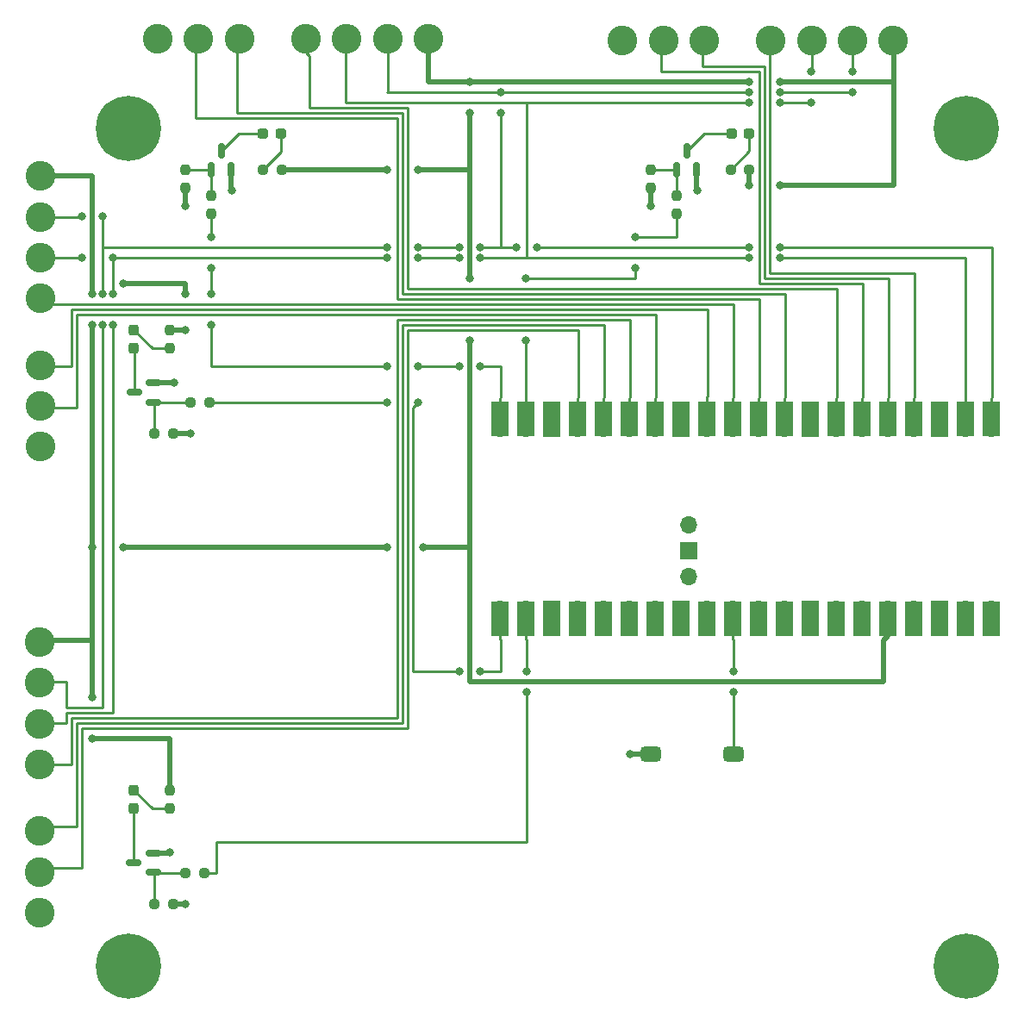
<source format=gtl>
%TF.GenerationSoftware,KiCad,Pcbnew,7.0.9*%
%TF.CreationDate,2024-02-10T00:43:50-08:00*%
%TF.ProjectId,snes_controllers_to_usb,736e6573-5f63-46f6-9e74-726f6c6c6572,A*%
%TF.SameCoordinates,Original*%
%TF.FileFunction,Copper,L1,Top*%
%TF.FilePolarity,Positive*%
%FSLAX46Y46*%
G04 Gerber Fmt 4.6, Leading zero omitted, Abs format (unit mm)*
G04 Created by KiCad (PCBNEW 7.0.9) date 2024-02-10 00:43:50*
%MOMM*%
%LPD*%
G01*
G04 APERTURE LIST*
G04 Aperture macros list*
%AMRoundRect*
0 Rectangle with rounded corners*
0 $1 Rounding radius*
0 $2 $3 $4 $5 $6 $7 $8 $9 X,Y pos of 4 corners*
0 Add a 4 corners polygon primitive as box body*
4,1,4,$2,$3,$4,$5,$6,$7,$8,$9,$2,$3,0*
0 Add four circle primitives for the rounded corners*
1,1,$1+$1,$2,$3*
1,1,$1+$1,$4,$5*
1,1,$1+$1,$6,$7*
1,1,$1+$1,$8,$9*
0 Add four rect primitives between the rounded corners*
20,1,$1+$1,$2,$3,$4,$5,0*
20,1,$1+$1,$4,$5,$6,$7,0*
20,1,$1+$1,$6,$7,$8,$9,0*
20,1,$1+$1,$8,$9,$2,$3,0*%
G04 Aperture macros list end*
%TA.AperFunction,ComponentPad*%
%ADD10C,0.800000*%
%TD*%
%TA.AperFunction,ComponentPad*%
%ADD11C,6.400000*%
%TD*%
%TA.AperFunction,SMDPad,CuDef*%
%ADD12RoundRect,0.237500X0.237500X-0.250000X0.237500X0.250000X-0.237500X0.250000X-0.237500X-0.250000X0*%
%TD*%
%TA.AperFunction,SMDPad,CuDef*%
%ADD13RoundRect,0.237500X0.250000X0.237500X-0.250000X0.237500X-0.250000X-0.237500X0.250000X-0.237500X0*%
%TD*%
%TA.AperFunction,SMDPad,CuDef*%
%ADD14RoundRect,0.150000X0.587500X0.150000X-0.587500X0.150000X-0.587500X-0.150000X0.587500X-0.150000X0*%
%TD*%
%TA.AperFunction,SMDPad,CuDef*%
%ADD15RoundRect,0.237500X-0.237500X0.250000X-0.237500X-0.250000X0.237500X-0.250000X0.237500X0.250000X0*%
%TD*%
%TA.AperFunction,ComponentPad*%
%ADD16C,2.924000*%
%TD*%
%TA.AperFunction,SMDPad,CuDef*%
%ADD17RoundRect,0.237500X0.237500X-0.287500X0.237500X0.287500X-0.237500X0.287500X-0.237500X-0.287500X0*%
%TD*%
%TA.AperFunction,SMDPad,CuDef*%
%ADD18RoundRect,0.237500X-0.250000X-0.237500X0.250000X-0.237500X0.250000X0.237500X-0.250000X0.237500X0*%
%TD*%
%TA.AperFunction,ComponentPad*%
%ADD19O,1.700000X1.700000*%
%TD*%
%TA.AperFunction,SMDPad,CuDef*%
%ADD20R,1.700000X3.500000*%
%TD*%
%TA.AperFunction,ComponentPad*%
%ADD21R,1.700000X1.700000*%
%TD*%
%TA.AperFunction,SMDPad,CuDef*%
%ADD22RoundRect,0.375000X-0.625000X-0.375000X0.625000X-0.375000X0.625000X0.375000X-0.625000X0.375000X0*%
%TD*%
%TA.AperFunction,SMDPad,CuDef*%
%ADD23RoundRect,0.150000X0.150000X-0.587500X0.150000X0.587500X-0.150000X0.587500X-0.150000X-0.587500X0*%
%TD*%
%TA.AperFunction,SMDPad,CuDef*%
%ADD24RoundRect,0.237500X-0.287500X-0.237500X0.287500X-0.237500X0.287500X0.237500X-0.287500X0.237500X0*%
%TD*%
%TA.AperFunction,ViaPad*%
%ADD25C,0.800000*%
%TD*%
%TA.AperFunction,Conductor*%
%ADD26C,0.500000*%
%TD*%
%TA.AperFunction,Conductor*%
%ADD27C,0.250000*%
%TD*%
G04 APERTURE END LIST*
D10*
%TO.P,H4,1,1*%
%TO.N,GND*%
X174892000Y-151892000D03*
X175594944Y-150194944D03*
X175594944Y-153589056D03*
X177292000Y-149492000D03*
D11*
X177292000Y-151892000D03*
D10*
X177292000Y-154292000D03*
X178989056Y-150194944D03*
X178989056Y-153589056D03*
X179692000Y-151892000D03*
%TD*%
%TO.P,H2,1,1*%
%TO.N,GND*%
X92596000Y-69596000D03*
X93298944Y-67898944D03*
X93298944Y-71293056D03*
X94996000Y-67196000D03*
D11*
X94996000Y-69596000D03*
D10*
X94996000Y-71996000D03*
X96693056Y-67898944D03*
X96693056Y-71293056D03*
X97396000Y-69596000D03*
%TD*%
D12*
%TO.P,R9,1*%
%TO.N,/C0_CONN*%
X148844000Y-78025000D03*
%TO.P,R9,2*%
%TO.N,Net-(Q1-G)*%
X148844000Y-76200000D03*
%TD*%
D13*
%TO.P,R11,1*%
%TO.N,/C2_CONN*%
X102917000Y-96520000D03*
%TO.P,R11,2*%
%TO.N,Net-(Q3-G)*%
X101092000Y-96520000D03*
%TD*%
D14*
%TO.P,Q4,1,G*%
%TO.N,Net-(Q4-G)*%
X97379000Y-142682000D03*
%TO.P,Q4,2,S*%
%TO.N,GND*%
X97379000Y-140782000D03*
%TO.P,Q4,3,D*%
%TO.N,Net-(D4-K)*%
X95504000Y-141732000D03*
%TD*%
%TO.P,Q3,1,G*%
%TO.N,Net-(Q3-G)*%
X97432500Y-96491500D03*
%TO.P,Q3,2,S*%
%TO.N,GND*%
X97432500Y-94591500D03*
%TO.P,Q3,3,D*%
%TO.N,Net-(D3-K)*%
X95557500Y-95541500D03*
%TD*%
D13*
%TO.P,R2,1*%
%TO.N,+3.3V*%
X110029000Y-73660000D03*
%TO.P,R2,2*%
%TO.N,Net-(D2-A)*%
X108204000Y-73660000D03*
%TD*%
%TO.P,R12,1*%
%TO.N,/C3_CONN*%
X102409000Y-142748000D03*
%TO.P,R12,2*%
%TO.N,Net-(Q4-G)*%
X100584000Y-142748000D03*
%TD*%
D15*
%TO.P,R5,1*%
%TO.N,+3.3V*%
X99060000Y-89408000D03*
%TO.P,R5,2*%
%TO.N,Net-(D3-A)*%
X99060000Y-91233000D03*
%TD*%
%TO.P,R3,1*%
%TO.N,Net-(Q1-G)*%
X146304000Y-73660000D03*
%TO.P,R3,2*%
%TO.N,GND*%
X146304000Y-75485000D03*
%TD*%
D16*
%TO.P,J1,1*%
%TO.N,+3.3V*%
X170070000Y-60960000D03*
%TO.P,J1,2*%
%TO.N,/CLK*%
X166070000Y-60960000D03*
%TO.P,J1,3*%
%TO.N,/LATCH*%
X162070000Y-60960000D03*
%TO.P,J1,4*%
%TO.N,/Data0_0*%
X158070000Y-60960000D03*
%TO.P,J1,5*%
%TO.N,/Data1_0*%
X151510000Y-60960000D03*
%TO.P,J1,6*%
%TO.N,/IOBit_0*%
X147510000Y-60960000D03*
%TO.P,J1,7*%
%TO.N,GND*%
X143510000Y-60960000D03*
%TD*%
D12*
%TO.P,R10,1*%
%TO.N,/C1_CONN*%
X103124000Y-78025000D03*
%TO.P,R10,2*%
%TO.N,Net-(Q2-G)*%
X103124000Y-76200000D03*
%TD*%
D10*
%TO.P,H3,1,1*%
%TO.N,GND*%
X92596000Y-151892000D03*
X93298944Y-150194944D03*
X93298944Y-153589056D03*
X94996000Y-149492000D03*
D11*
X94996000Y-151892000D03*
D10*
X94996000Y-154292000D03*
X96693056Y-150194944D03*
X96693056Y-153589056D03*
X97396000Y-151892000D03*
%TD*%
D17*
%TO.P,D4,1,K*%
%TO.N,Net-(D4-K)*%
X95504000Y-136370000D03*
%TO.P,D4,2,A*%
%TO.N,Net-(D4-A)*%
X95504000Y-134620000D03*
%TD*%
%TO.P,D3,1,K*%
%TO.N,Net-(D3-K)*%
X95504000Y-91158000D03*
%TO.P,D3,2,A*%
%TO.N,Net-(D3-A)*%
X95504000Y-89408000D03*
%TD*%
D13*
%TO.P,R1,1*%
%TO.N,+3.3V*%
X155956000Y-73660000D03*
%TO.P,R1,2*%
%TO.N,Net-(D1-A)*%
X154131000Y-73660000D03*
%TD*%
D18*
%TO.P,R8,1*%
%TO.N,Net-(Q4-G)*%
X97536000Y-145796000D03*
%TO.P,R8,2*%
%TO.N,GND*%
X99361000Y-145796000D03*
%TD*%
D19*
%TO.P,U1,1,GPIO0*%
%TO.N,/CLK*%
X179705000Y-99060000D03*
D20*
X179705000Y-98160000D03*
D19*
%TO.P,U1,2,GPIO1*%
%TO.N,/LATCH*%
X177165000Y-99060000D03*
D20*
X177165000Y-98160000D03*
D21*
%TO.P,U1,3,GND*%
%TO.N,GND*%
X174625000Y-99060000D03*
D20*
X174625000Y-98160000D03*
D19*
%TO.P,U1,4,GPIO2*%
%TO.N,/Data0_0*%
X172085000Y-99060000D03*
D20*
X172085000Y-98160000D03*
D19*
%TO.P,U1,5,GPIO3*%
%TO.N,/Data1_0*%
X169545000Y-99060000D03*
D20*
X169545000Y-98160000D03*
D19*
%TO.P,U1,6,GPIO4*%
%TO.N,/IOBit_0*%
X167005000Y-99060000D03*
D20*
X167005000Y-98160000D03*
D19*
%TO.P,U1,7,GPIO5*%
%TO.N,/Data0_1*%
X164465000Y-99060000D03*
D20*
X164465000Y-98160000D03*
D21*
%TO.P,U1,8,GND*%
%TO.N,GND*%
X161925000Y-99060000D03*
D20*
X161925000Y-98160000D03*
D19*
%TO.P,U1,9,GPIO6*%
%TO.N,/Data1_1*%
X159385000Y-99060000D03*
D20*
X159385000Y-98160000D03*
D19*
%TO.P,U1,10,GPIO7*%
%TO.N,/IOBit_1*%
X156845000Y-99060000D03*
D20*
X156845000Y-98160000D03*
D19*
%TO.P,U1,11,GPIO8*%
%TO.N,/Data0_2*%
X154305000Y-99060000D03*
D20*
X154305000Y-98160000D03*
D19*
%TO.P,U1,12,GPIO9*%
%TO.N,/Data1_2*%
X151765000Y-99060000D03*
D20*
X151765000Y-98160000D03*
D21*
%TO.P,U1,13,GND*%
%TO.N,GND*%
X149225000Y-99060000D03*
D20*
X149225000Y-98160000D03*
D19*
%TO.P,U1,14,GPIO10*%
%TO.N,/IOBit_2*%
X146685000Y-99060000D03*
D20*
X146685000Y-98160000D03*
D19*
%TO.P,U1,15,GPIO11*%
%TO.N,/Data0_3*%
X144145000Y-99060000D03*
D20*
X144145000Y-98160000D03*
D19*
%TO.P,U1,16,GPIO12*%
%TO.N,/Data1_3*%
X141605000Y-99060000D03*
D20*
X141605000Y-98160000D03*
D19*
%TO.P,U1,17,GPIO13*%
%TO.N,/IOBit_3*%
X139065000Y-99060000D03*
D20*
X139065000Y-98160000D03*
D21*
%TO.P,U1,18,GND*%
%TO.N,GND*%
X136525000Y-99060000D03*
D20*
X136525000Y-98160000D03*
D19*
%TO.P,U1,19,GPIO14*%
%TO.N,/C0_CONN*%
X133985000Y-99060000D03*
D20*
X133985000Y-98160000D03*
D19*
%TO.P,U1,20,GPIO15*%
%TO.N,/C1_CONN*%
X131445000Y-99060000D03*
D20*
X131445000Y-98160000D03*
D19*
%TO.P,U1,21,GPIO16*%
%TO.N,/C2_CONN*%
X131445000Y-116840000D03*
D20*
X131445000Y-117740000D03*
D19*
%TO.P,U1,22,GPIO17*%
%TO.N,/C3_CONN*%
X133985000Y-116840000D03*
D20*
X133985000Y-117740000D03*
D21*
%TO.P,U1,23,GND*%
%TO.N,GND*%
X136525000Y-116840000D03*
D20*
X136525000Y-117740000D03*
D19*
%TO.P,U1,24,GPIO18*%
%TO.N,unconnected-(U1-GPIO18-Pad24)*%
X139065000Y-116840000D03*
D20*
X139065000Y-117740000D03*
D19*
%TO.P,U1,25,GPIO19*%
%TO.N,unconnected-(U1-GPIO19-Pad25)*%
X141605000Y-116840000D03*
D20*
X141605000Y-117740000D03*
D19*
%TO.P,U1,26,GPIO20*%
%TO.N,unconnected-(U1-GPIO20-Pad26)*%
X144145000Y-116840000D03*
D20*
X144145000Y-117740000D03*
D19*
%TO.P,U1,27,GPIO21*%
%TO.N,unconnected-(U1-GPIO21-Pad27)*%
X146685000Y-116840000D03*
D20*
X146685000Y-117740000D03*
D21*
%TO.P,U1,28,GND*%
%TO.N,GND*%
X149225000Y-116840000D03*
D20*
X149225000Y-117740000D03*
D19*
%TO.P,U1,29,GPIO22*%
%TO.N,unconnected-(U1-GPIO22-Pad29)*%
X151765000Y-116840000D03*
D20*
X151765000Y-117740000D03*
D19*
%TO.P,U1,30,RUN*%
%TO.N,Net-(U1-RUN)*%
X154305000Y-116840000D03*
D20*
X154305000Y-117740000D03*
D19*
%TO.P,U1,31,GPIO26_ADC0*%
%TO.N,unconnected-(U1-GPIO26_ADC0-Pad31)*%
X156845000Y-116840000D03*
D20*
X156845000Y-117740000D03*
D19*
%TO.P,U1,32,GPIO27_ADC1*%
%TO.N,unconnected-(U1-GPIO27_ADC1-Pad32)*%
X159385000Y-116840000D03*
D20*
X159385000Y-117740000D03*
D21*
%TO.P,U1,33,AGND*%
%TO.N,GND*%
X161925000Y-116840000D03*
D20*
X161925000Y-117740000D03*
D19*
%TO.P,U1,34,GPIO28_ADC2*%
%TO.N,unconnected-(U1-GPIO28_ADC2-Pad34)*%
X164465000Y-116840000D03*
D20*
X164465000Y-117740000D03*
D19*
%TO.P,U1,35,ADC_VREF*%
%TO.N,unconnected-(U1-ADC_VREF-Pad35)*%
X167005000Y-116840000D03*
D20*
X167005000Y-117740000D03*
D19*
%TO.P,U1,36,3V3*%
%TO.N,+3.3V*%
X169545000Y-116840000D03*
D20*
X169545000Y-117740000D03*
D19*
%TO.P,U1,37,3V3_EN*%
%TO.N,unconnected-(U1-3V3_EN-Pad37)*%
X172085000Y-116840000D03*
D20*
X172085000Y-117740000D03*
D21*
%TO.P,U1,38,GND*%
%TO.N,GND*%
X174625000Y-116840000D03*
D20*
X174625000Y-117740000D03*
D19*
%TO.P,U1,39,VSYS*%
%TO.N,unconnected-(U1-VSYS-Pad39)*%
X177165000Y-116840000D03*
D20*
X177165000Y-117740000D03*
D19*
%TO.P,U1,40,VBUS*%
%TO.N,unconnected-(U1-VBUS-Pad40)*%
X179705000Y-116840000D03*
D20*
X179705000Y-117740000D03*
D19*
%TO.P,U1,41,SWCLK*%
%TO.N,unconnected-(U1-SWCLK-Pad41)*%
X149975000Y-108534100D03*
D21*
%TO.P,U1,42,GND*%
%TO.N,GND*%
X149975000Y-111074100D03*
D19*
%TO.P,U1,43,SWDIO*%
%TO.N,unconnected-(U1-SWDIO-Pad43)*%
X149975000Y-113614100D03*
%TD*%
D22*
%TO.P,SW1,1,1*%
%TO.N,GND*%
X146232000Y-131064000D03*
%TO.P,SW1,2,2*%
%TO.N,Net-(U1-RUN)*%
X154432000Y-131064000D03*
%TD*%
D18*
%TO.P,R7,1*%
%TO.N,Net-(Q3-G)*%
X97536000Y-99568000D03*
%TO.P,R7,2*%
%TO.N,GND*%
X99361000Y-99568000D03*
%TD*%
D16*
%TO.P,J4,1*%
%TO.N,+3.3V*%
X86200000Y-120070000D03*
%TO.P,J4,2*%
%TO.N,/CLK*%
X86200000Y-124070000D03*
%TO.P,J4,3*%
%TO.N,/LATCH*%
X86200000Y-128070000D03*
%TO.P,J4,4*%
%TO.N,/Data0_3*%
X86200000Y-132070000D03*
%TO.P,J4,5*%
%TO.N,/Data1_3*%
X86200000Y-138630000D03*
%TO.P,J4,6*%
%TO.N,/IOBit_3*%
X86200000Y-142630000D03*
%TO.P,J4,7*%
%TO.N,GND*%
X86200000Y-146630000D03*
%TD*%
D23*
%TO.P,Q2,1,G*%
%TO.N,Net-(Q2-G)*%
X103124000Y-73660000D03*
%TO.P,Q2,2,S*%
%TO.N,GND*%
X105024000Y-73660000D03*
%TO.P,Q2,3,D*%
%TO.N,Net-(D2-K)*%
X104074000Y-71785000D03*
%TD*%
D24*
%TO.P,D2,1,K*%
%TO.N,Net-(D2-K)*%
X108204000Y-70104000D03*
%TO.P,D2,2,A*%
%TO.N,Net-(D2-A)*%
X109954000Y-70104000D03*
%TD*%
D10*
%TO.P,H1,1,1*%
%TO.N,GND*%
X174892000Y-69596000D03*
X175594944Y-67898944D03*
X175594944Y-71293056D03*
X177292000Y-67196000D03*
D11*
X177292000Y-69596000D03*
D10*
X177292000Y-71996000D03*
X178989056Y-67898944D03*
X178989056Y-71293056D03*
X179692000Y-69596000D03*
%TD*%
D16*
%TO.P,J3,1*%
%TO.N,+3.3V*%
X86360000Y-74295000D03*
%TO.P,J3,2*%
%TO.N,/CLK*%
X86360000Y-78295000D03*
%TO.P,J3,3*%
%TO.N,/LATCH*%
X86360000Y-82295000D03*
%TO.P,J3,4*%
%TO.N,/Data0_2*%
X86360000Y-86295000D03*
%TO.P,J3,5*%
%TO.N,/Data1_2*%
X86360000Y-92855000D03*
%TO.P,J3,6*%
%TO.N,/IOBit_2*%
X86360000Y-96855000D03*
%TO.P,J3,7*%
%TO.N,GND*%
X86360000Y-100855000D03*
%TD*%
D15*
%TO.P,R6,1*%
%TO.N,+3.3V*%
X99060000Y-134620000D03*
%TO.P,R6,2*%
%TO.N,Net-(D4-A)*%
X99060000Y-136445000D03*
%TD*%
%TO.P,R4,1*%
%TO.N,Net-(Q2-G)*%
X100584000Y-73660000D03*
%TO.P,R4,2*%
%TO.N,GND*%
X100584000Y-75485000D03*
%TD*%
D24*
%TO.P,D1,1,K*%
%TO.N,Net-(D1-K)*%
X154206000Y-70104000D03*
%TO.P,D1,2,A*%
%TO.N,Net-(D1-A)*%
X155956000Y-70104000D03*
%TD*%
D16*
%TO.P,J2,1*%
%TO.N,+3.3V*%
X124405000Y-60800000D03*
%TO.P,J2,2*%
%TO.N,/CLK*%
X120405000Y-60800000D03*
%TO.P,J2,3*%
%TO.N,/LATCH*%
X116405000Y-60800000D03*
%TO.P,J2,4*%
%TO.N,/Data0_1*%
X112405000Y-60800000D03*
%TO.P,J2,5*%
%TO.N,/Data1_1*%
X105845000Y-60800000D03*
%TO.P,J2,6*%
%TO.N,/IOBit_1*%
X101845000Y-60800000D03*
%TO.P,J2,7*%
%TO.N,GND*%
X97845000Y-60800000D03*
%TD*%
D23*
%TO.P,Q1,1,G*%
%TO.N,Net-(Q1-G)*%
X148844000Y-73660000D03*
%TO.P,Q1,2,S*%
%TO.N,GND*%
X150744000Y-73660000D03*
%TO.P,Q1,3,D*%
%TO.N,Net-(D1-K)*%
X149794000Y-71785000D03*
%TD*%
D25*
%TO.N,GND*%
X100584000Y-77216000D03*
X146304000Y-77216000D03*
X99060000Y-140716000D03*
X100584000Y-145796000D03*
X150876000Y-75692000D03*
X105156000Y-75692000D03*
X144272000Y-131064000D03*
X99464500Y-94591500D03*
X101092000Y-99568000D03*
%TO.N,+3.3V*%
X91440000Y-88900000D03*
X128524000Y-84328000D03*
X120396000Y-110744000D03*
X128524000Y-68072000D03*
X91440000Y-110744000D03*
X91440000Y-125476000D03*
X94488000Y-84836000D03*
X159004000Y-65024000D03*
X123952000Y-110744000D03*
X155956000Y-75184000D03*
X128524000Y-65024000D03*
X120396000Y-73660000D03*
X91440000Y-129540000D03*
X128524000Y-90424000D03*
X100584000Y-89408000D03*
X94488000Y-110744000D03*
X100584000Y-85852000D03*
X91440000Y-85852000D03*
X159004000Y-75184000D03*
X155956000Y-65024000D03*
X123444000Y-73660000D03*
%TO.N,/CLK*%
X120396000Y-81280000D03*
X159004000Y-66040000D03*
X166116000Y-66040000D03*
X155956000Y-81280000D03*
X131572000Y-68072000D03*
X92456000Y-85852000D03*
X135128000Y-81280000D03*
X92456000Y-88900000D03*
X123444000Y-81280000D03*
X131572000Y-66040000D03*
X129540000Y-81280000D03*
X92456000Y-78232000D03*
X127508000Y-81280000D03*
X90424000Y-78232000D03*
X133096000Y-81280000D03*
X166116000Y-64008000D03*
X155956000Y-66040000D03*
X159004000Y-81280000D03*
%TO.N,/LATCH*%
X155956000Y-67056000D03*
X159004000Y-82296000D03*
X93472000Y-82296000D03*
X90424000Y-82296000D03*
X162052000Y-67056000D03*
X93472000Y-88900000D03*
X129540000Y-82296000D03*
X120396000Y-82296000D03*
X123444000Y-82296000D03*
X162052000Y-64008000D03*
X93472000Y-85852000D03*
X155956000Y-82296000D03*
X159004000Y-67056000D03*
X127508000Y-82296000D03*
%TO.N,/C1_CONN*%
X103124000Y-83312000D03*
X103124000Y-80264000D03*
X127508000Y-92964000D03*
X129540000Y-92964000D03*
X103124000Y-85852000D03*
X120396000Y-92964000D03*
X123444000Y-92964000D03*
X103124000Y-88900000D03*
%TO.N,/C3_CONN*%
X134112000Y-124968000D03*
X134112000Y-122936000D03*
%TO.N,/C2_CONN*%
X127508000Y-122936000D03*
X120396000Y-96520000D03*
X123444000Y-96520000D03*
X129540000Y-122936000D03*
%TO.N,/C0_CONN*%
X144780000Y-83312000D03*
X133985000Y-84328000D03*
X133985000Y-90424000D03*
X144780000Y-80264000D03*
%TO.N,Net-(U1-RUN)*%
X154432000Y-122936000D03*
X154432000Y-124968000D03*
%TD*%
D26*
%TO.N,GND*%
X97432500Y-94591500D02*
X99464500Y-94591500D01*
X105024000Y-73660000D02*
X105024000Y-75560000D01*
X146232000Y-131064000D02*
X144272000Y-131064000D01*
X146304000Y-75485000D02*
X146304000Y-77216000D01*
X99464500Y-99568000D02*
X101092000Y-99568000D01*
X97379000Y-140782000D02*
X98994000Y-140782000D01*
X150744000Y-75560000D02*
X150876000Y-75692000D01*
X98994000Y-140782000D02*
X99060000Y-140716000D01*
X100584000Y-77216000D02*
X100584000Y-75485000D01*
X99361000Y-145796000D02*
X100584000Y-145796000D01*
X150744000Y-73660000D02*
X150744000Y-75560000D01*
X105024000Y-75560000D02*
X105156000Y-75692000D01*
%TO.N,+3.3V*%
X159004000Y-75184000D02*
X170180000Y-75184000D01*
X124460000Y-61976000D02*
X124460000Y-65024000D01*
X91440000Y-110744000D02*
X91440000Y-119888000D01*
X169545000Y-119507000D02*
X169164000Y-119888000D01*
X91440000Y-88900000D02*
X91440000Y-110744000D01*
X128524000Y-65024000D02*
X155956000Y-65024000D01*
X100584000Y-84836000D02*
X100584000Y-85852000D01*
X128524000Y-123952000D02*
X128524000Y-110744000D01*
X169164000Y-123952000D02*
X128524000Y-123952000D01*
X124460000Y-65024000D02*
X128524000Y-65024000D01*
X123444000Y-73660000D02*
X128524000Y-73660000D01*
X169545000Y-116840000D02*
X169545000Y-119507000D01*
X128524000Y-110744000D02*
X128524000Y-90424000D01*
X91440000Y-129540000D02*
X99060000Y-129540000D01*
X110029000Y-73660000D02*
X120396000Y-73660000D01*
X128524000Y-110744000D02*
X123952000Y-110744000D01*
X100584000Y-89408000D02*
X99060000Y-89408000D01*
X155956000Y-73660000D02*
X155956000Y-75184000D01*
X169164000Y-119888000D02*
X169164000Y-123952000D01*
X170180000Y-61976000D02*
X170180000Y-65024000D01*
X170180000Y-75184000D02*
X170180000Y-65024000D01*
X128524000Y-84328000D02*
X128524000Y-73660000D01*
X120396000Y-110744000D02*
X94488000Y-110744000D01*
X91440000Y-125476000D02*
X91440000Y-119888000D01*
X91440000Y-85852000D02*
X91440000Y-74295000D01*
X86868000Y-119888000D02*
X91440000Y-119888000D01*
X94488000Y-84836000D02*
X100584000Y-84836000D01*
X86360000Y-74295000D02*
X91440000Y-74295000D01*
X128524000Y-73660000D02*
X128524000Y-68072000D01*
X170180000Y-65024000D02*
X159004000Y-65024000D01*
X99060000Y-129540000D02*
X99060000Y-134620000D01*
D27*
%TO.N,/CLK*%
X120405000Y-60800000D02*
X120405000Y-66031000D01*
X92456000Y-85852000D02*
X92456000Y-81280000D01*
X179832000Y-96012000D02*
X179705000Y-96139000D01*
X127508000Y-81280000D02*
X123444000Y-81280000D01*
X131572000Y-68072000D02*
X131572000Y-81280000D01*
X159004000Y-81280000D02*
X179832000Y-81280000D01*
X179705000Y-96139000D02*
X179705000Y-99060000D01*
X131572000Y-81280000D02*
X129540000Y-81280000D01*
X120396000Y-66040000D02*
X155956000Y-66040000D01*
X155956000Y-81280000D02*
X135128000Y-81280000D01*
X90424000Y-78232000D02*
X90361000Y-78295000D01*
X166116000Y-61976000D02*
X166116000Y-64008000D01*
X92456000Y-126492000D02*
X92456000Y-88900000D01*
X86318000Y-123952000D02*
X88900000Y-123952000D01*
X92456000Y-81280000D02*
X92456000Y-78232000D01*
X133096000Y-81280000D02*
X131572000Y-81280000D01*
X179832000Y-81280000D02*
X179832000Y-96012000D01*
X90361000Y-78295000D02*
X86360000Y-78295000D01*
X88900000Y-123952000D02*
X88900000Y-126492000D01*
X88900000Y-126492000D02*
X92456000Y-126492000D01*
X120405000Y-66031000D02*
X120396000Y-66040000D01*
X166116000Y-66040000D02*
X159004000Y-66040000D01*
X120396000Y-81280000D02*
X92456000Y-81280000D01*
%TO.N,/LATCH*%
X93472000Y-82296000D02*
X93472000Y-85852000D01*
X88900000Y-128016000D02*
X88900000Y-127000000D01*
X159004000Y-82296000D02*
X177165000Y-82296000D01*
X162070000Y-63990000D02*
X162070000Y-60960000D01*
X116332000Y-60960000D02*
X116332000Y-67056000D01*
X90424000Y-82296000D02*
X90423000Y-82295000D01*
X134112000Y-82296000D02*
X155956000Y-82296000D01*
X88900000Y-127000000D02*
X93472000Y-127000000D01*
X159004000Y-67056000D02*
X162052000Y-67056000D01*
X123444000Y-82296000D02*
X127508000Y-82296000D01*
X86868000Y-128016000D02*
X88900000Y-128016000D01*
X134112000Y-82296000D02*
X134112000Y-67056000D01*
X134112000Y-67056000D02*
X155956000Y-67056000D01*
X90423000Y-82295000D02*
X86360000Y-82295000D01*
X162052000Y-64008000D02*
X162070000Y-63990000D01*
X93472000Y-127000000D02*
X93472000Y-88900000D01*
X177165000Y-99060000D02*
X177165000Y-82296000D01*
X93472000Y-82296000D02*
X120396000Y-82296000D01*
X129540000Y-82296000D02*
X134112000Y-82296000D01*
X116332000Y-67056000D02*
X134112000Y-67056000D01*
%TO.N,/Data0_0*%
X172212000Y-83820000D02*
X157988000Y-83820000D01*
X172085000Y-99060000D02*
X172085000Y-96139000D01*
X172212000Y-96012000D02*
X172212000Y-83820000D01*
X172085000Y-96139000D02*
X172212000Y-96012000D01*
X157988000Y-83820000D02*
X157988000Y-61468000D01*
%TO.N,/Data1_0*%
X151384000Y-63500000D02*
X157480000Y-63500000D01*
X169545000Y-96139000D02*
X169545000Y-99060000D01*
X169672000Y-96012000D02*
X169545000Y-96139000D01*
X151384000Y-61086000D02*
X151384000Y-63500000D01*
X169672000Y-84328000D02*
X169672000Y-96012000D01*
X157480000Y-84328000D02*
X169672000Y-84328000D01*
X157480000Y-63500000D02*
X157480000Y-84328000D01*
%TO.N,/IOBit_0*%
X167132000Y-84836000D02*
X167132000Y-96012000D01*
X147320000Y-64008000D02*
X156972000Y-64008000D01*
X156972000Y-84836000D02*
X167132000Y-84836000D01*
X156972000Y-64008000D02*
X156972000Y-84836000D01*
X147320000Y-61976000D02*
X147320000Y-64008000D01*
X167005000Y-96139000D02*
X167005000Y-99060000D01*
X167132000Y-96012000D02*
X167005000Y-96139000D01*
%TO.N,/Data0_1*%
X164465000Y-99060000D02*
X164465000Y-96139000D01*
X122428000Y-67564000D02*
X112776000Y-67564000D01*
X112776000Y-67564000D02*
X112776000Y-62484000D01*
X164465000Y-96139000D02*
X164592000Y-96012000D01*
X164592000Y-96012000D02*
X164592000Y-85344000D01*
X112776000Y-62484000D02*
X112405000Y-62113000D01*
X164592000Y-85344000D02*
X122428000Y-85344000D01*
X122428000Y-85344000D02*
X122428000Y-67564000D01*
%TO.N,/Data1_1*%
X105664000Y-68072000D02*
X121920000Y-68072000D01*
X159512000Y-96012000D02*
X159385000Y-96139000D01*
X159385000Y-96139000D02*
X159385000Y-99060000D01*
X105664000Y-61976000D02*
X105664000Y-68072000D01*
X159512000Y-85852000D02*
X159512000Y-96012000D01*
X121920000Y-68072000D02*
X121920000Y-85852000D01*
X121920000Y-85852000D02*
X159512000Y-85852000D01*
%TO.N,/IOBit_1*%
X156972000Y-86360000D02*
X156972000Y-96012000D01*
X121412000Y-86360000D02*
X156972000Y-86360000D01*
X101600000Y-68580000D02*
X121412000Y-68580000D01*
X101600000Y-61045000D02*
X101600000Y-68580000D01*
X156845000Y-96139000D02*
X156845000Y-99060000D01*
X156972000Y-96012000D02*
X156845000Y-96139000D01*
X121412000Y-68580000D02*
X121412000Y-86360000D01*
%TO.N,/Data0_2*%
X154432000Y-86868000D02*
X154432000Y-96012000D01*
X154305000Y-96139000D02*
X154305000Y-99060000D01*
X154432000Y-96012000D02*
X154305000Y-96139000D01*
X86878000Y-86868000D02*
X154432000Y-86868000D01*
%TO.N,/Data1_2*%
X86868000Y-92964000D02*
X89408000Y-92964000D01*
X151892000Y-87376000D02*
X151892000Y-95885000D01*
X89408000Y-87376000D02*
X151892000Y-87376000D01*
X151892000Y-95885000D02*
X151765000Y-96012000D01*
X151765000Y-96012000D02*
X151765000Y-99060000D01*
X89408000Y-92964000D02*
X89408000Y-87376000D01*
%TO.N,/IOBit_2*%
X146685000Y-96139000D02*
X146685000Y-99060000D01*
X89916000Y-97028000D02*
X89916000Y-87884000D01*
X89916000Y-87884000D02*
X146812000Y-87884000D01*
X146812000Y-96012000D02*
X146685000Y-96139000D01*
X146812000Y-87884000D02*
X146812000Y-96012000D01*
X86868000Y-97028000D02*
X89916000Y-97028000D01*
%TO.N,/Data0_3*%
X144272000Y-96012000D02*
X144145000Y-96139000D01*
X144272000Y-88392000D02*
X144272000Y-96012000D01*
X89398000Y-132070000D02*
X89408000Y-132080000D01*
X144145000Y-96139000D02*
X144145000Y-99060000D01*
X89408000Y-127508000D02*
X121412000Y-127508000D01*
X86200000Y-132070000D02*
X89398000Y-132070000D01*
X121412000Y-88392000D02*
X144272000Y-88392000D01*
X121412000Y-127508000D02*
X121412000Y-88392000D01*
X89408000Y-132080000D02*
X89408000Y-127508000D01*
%TO.N,/Data1_3*%
X141732000Y-96012000D02*
X141605000Y-96139000D01*
X90422604Y-128016000D02*
X90423302Y-128015302D01*
X86654000Y-138176000D02*
X89916000Y-138176000D01*
X141732000Y-88900000D02*
X141732000Y-96012000D01*
X89916000Y-138176000D02*
X89916000Y-128016000D01*
X141605000Y-96139000D02*
X141605000Y-99060000D01*
X89916000Y-128016000D02*
X90422604Y-128016000D01*
X90423302Y-128015302D02*
X90424000Y-128016000D01*
X121920000Y-128016000D02*
X121920000Y-88900000D01*
X90424000Y-128016000D02*
X121920000Y-128016000D01*
X121920000Y-88900000D02*
X141732000Y-88900000D01*
%TO.N,/IOBit_3*%
X90424000Y-142240000D02*
X90424000Y-128524000D01*
X139065000Y-96139000D02*
X139065000Y-99060000D01*
X139192000Y-96012000D02*
X139065000Y-96139000D01*
X122428000Y-89408000D02*
X139181000Y-89408000D01*
X139181000Y-89408000D02*
X139192000Y-89419000D01*
X90424000Y-128524000D02*
X122428000Y-128524000D01*
X122428000Y-128524000D02*
X122428000Y-89408000D01*
X86868000Y-142240000D02*
X90424000Y-142240000D01*
X139192000Y-89419000D02*
X139192000Y-96012000D01*
%TO.N,/C1_CONN*%
X129540000Y-92964000D02*
X131572000Y-92964000D01*
X103124000Y-83312000D02*
X103124000Y-85852000D01*
X131445000Y-99060000D02*
X131445000Y-96139000D01*
X131572000Y-92964000D02*
X131572000Y-96012000D01*
X103124000Y-78025000D02*
X103124000Y-80264000D01*
X103124000Y-92964000D02*
X120396000Y-92964000D01*
X131445000Y-96139000D02*
X131572000Y-96012000D01*
X103124000Y-88900000D02*
X103124000Y-92964000D01*
X123444000Y-92964000D02*
X127508000Y-92964000D01*
%TO.N,Net-(D2-K)*%
X105755000Y-70104000D02*
X108204000Y-70104000D01*
X104074000Y-71785000D02*
X105755000Y-70104000D01*
%TO.N,/C3_CONN*%
X133985000Y-116840000D02*
X133985000Y-119761000D01*
X134112000Y-119888000D02*
X134112000Y-122936000D01*
X103632000Y-139700000D02*
X134112000Y-139700000D01*
X133985000Y-119761000D02*
X134112000Y-119888000D01*
X103632000Y-142748000D02*
X103632000Y-139700000D01*
X102409000Y-142748000D02*
X103632000Y-142748000D01*
X134112000Y-139700000D02*
X134112000Y-124968000D01*
%TO.N,Net-(D4-K)*%
X95504000Y-136370000D02*
X95504000Y-141732000D01*
%TO.N,/C2_CONN*%
X131445000Y-116840000D02*
X131445000Y-119761000D01*
X102917000Y-96520000D02*
X120396000Y-96520000D01*
X122936000Y-122936000D02*
X122936000Y-97028000D01*
X131572000Y-122936000D02*
X129540000Y-122936000D01*
X127508000Y-122936000D02*
X122936000Y-122936000D01*
X131445000Y-119761000D02*
X131572000Y-119888000D01*
X131572000Y-119888000D02*
X131572000Y-122936000D01*
X122936000Y-97028000D02*
X123444000Y-96520000D01*
%TO.N,Net-(D3-K)*%
X95557500Y-95541500D02*
X95557500Y-91211500D01*
%TO.N,/C0_CONN*%
X144780000Y-80264000D02*
X148844000Y-80264000D01*
X144780000Y-84328000D02*
X144780000Y-83312000D01*
X133985000Y-90424000D02*
X133985000Y-99060000D01*
X148844000Y-80264000D02*
X148844000Y-78025000D01*
X133985000Y-84328000D02*
X144780000Y-84328000D01*
%TO.N,Net-(D2-A)*%
X109954000Y-70104000D02*
X109954000Y-71910000D01*
X109954000Y-71910000D02*
X108204000Y-73660000D01*
%TO.N,Net-(D3-A)*%
X99060000Y-91233000D02*
X97329000Y-91233000D01*
X97329000Y-91233000D02*
X95504000Y-89408000D01*
%TO.N,Net-(D4-A)*%
X99060000Y-136445000D02*
X97329000Y-136445000D01*
X97329000Y-136445000D02*
X95504000Y-134620000D01*
%TO.N,Net-(U1-RUN)*%
X154432000Y-119888000D02*
X154432000Y-122936000D01*
X154305000Y-116840000D02*
X154305000Y-119761000D01*
X154432000Y-124968000D02*
X154432000Y-131064000D01*
X154305000Y-119761000D02*
X154432000Y-119888000D01*
%TO.N,Net-(D1-K)*%
X151475000Y-70104000D02*
X154206000Y-70104000D01*
X149794000Y-71785000D02*
X151475000Y-70104000D01*
%TO.N,Net-(D1-A)*%
X154131000Y-73660000D02*
X155956000Y-71835000D01*
X155956000Y-71835000D02*
X155956000Y-70104000D01*
%TO.N,Net-(Q1-G)*%
X146304000Y-73660000D02*
X148844000Y-73660000D01*
X148844000Y-76200000D02*
X148844000Y-73660000D01*
%TO.N,Net-(Q2-G)*%
X100439500Y-73660000D02*
X103124000Y-73660000D01*
X103124000Y-73660000D02*
X103124000Y-76200000D01*
%TO.N,Net-(Q3-G)*%
X97536000Y-99163500D02*
X97536000Y-96595000D01*
X101092000Y-96520000D02*
X97461000Y-96520000D01*
%TO.N,Net-(Q4-G)*%
X97536000Y-145796000D02*
X97536000Y-142839000D01*
X100584000Y-142748000D02*
X97445000Y-142748000D01*
%TD*%
M02*

</source>
